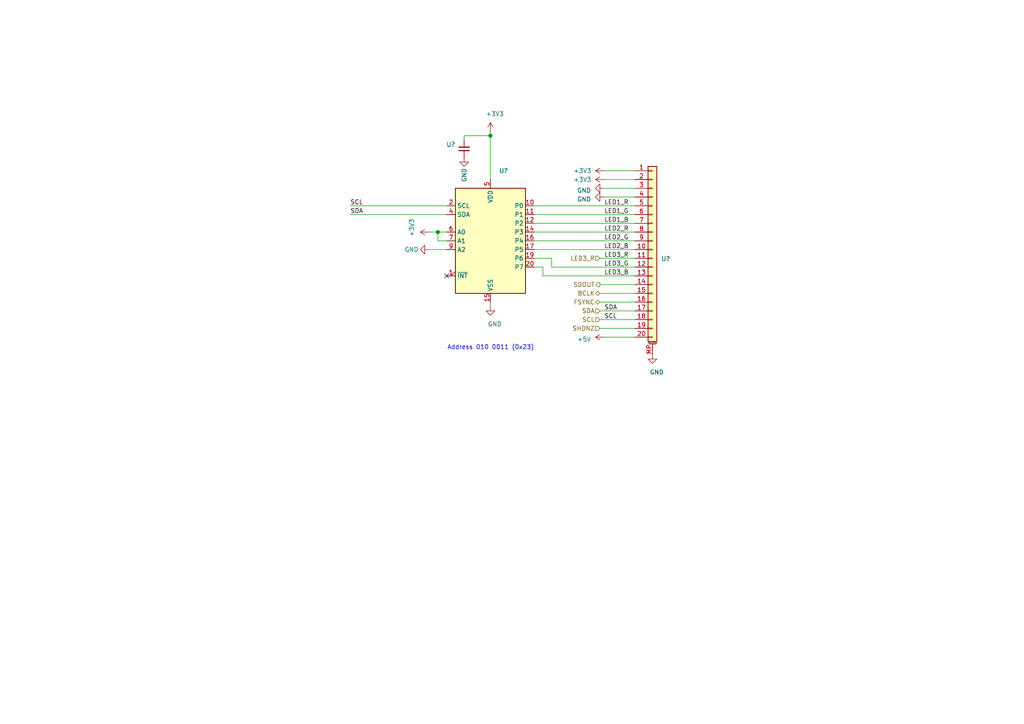
<source format=kicad_sch>
(kicad_sch (version 20220914) (generator eeschema)
  (paper "A4")
  (lib_symbols
    (symbol "Connector_Generic_MountingPin:Conn_01x20_MountingPin" (pin_names (offset 1.016) hide)
      (property "Reference" "J" (at 0 25.4 0))
      (property "Value" "Conn_01x20_MountingPin" (at 1.27 -27.94 0))
      (symbol "Conn_01x20_MountingPin_1_1"
        (rectangle (start -1.27 -25.273) (end 0 -25.527) (stroke (width 0.1524)))
        (rectangle (start -1.27 -22.733) (end 0 -22.987) (stroke (width 0.1524)))
        (rectangle (start -1.27 -20.193) (end 0 -20.447) (stroke (width 0.1524)))
        (rectangle (start -1.27 -17.653) (end 0 -17.907) (stroke (width 0.1524)))
        (rectangle (start -1.27 -15.113) (end 0 -15.367) (stroke (width 0.1524)))
        (rectangle (start -1.27 -12.573) (end 0 -12.827) (stroke (width 0.1524)))
        (rectangle (start -1.27 -10.033) (end 0 -10.287) (stroke (width 0.1524)))
        (rectangle (start -1.27 -7.493) (end 0 -7.747) (stroke (width 0.1524)))
        (rectangle (start -1.27 -4.953) (end 0 -5.207) (stroke (width 0.1524)))
        (rectangle (start -1.27 -2.413) (end 0 -2.667) (stroke (width 0.1524)))
        (rectangle (start -1.27 0.127) (end 0 -0.127) (stroke (width 0.1524)))
        (rectangle (start -1.27 2.667) (end 0 2.413) (stroke (width 0.1524)))
        (rectangle (start -1.27 5.207) (end 0 4.953) (stroke (width 0.1524)))
        (rectangle (start -1.27 7.747) (end 0 7.493) (stroke (width 0.1524)))
        (rectangle (start -1.27 10.287) (end 0 10.033) (stroke (width 0.1524)))
        (rectangle (start -1.27 12.827) (end 0 12.573) (stroke (width 0.1524)))
        (rectangle (start -1.27 15.367) (end 0 15.113) (stroke (width 0.1524)))
        (rectangle (start -1.27 17.907) (end 0 17.653) (stroke (width 0.1524)))
        (rectangle (start -1.27 20.447) (end 0 20.193) (stroke (width 0.1524)))
        (rectangle (start -1.27 22.987) (end 0 22.733) (stroke (width 0.1524)))
        (rectangle (start -1.27 24.13) (end 1.27 -26.67) (stroke (width 0.254)) (fill (type background)))
        (polyline (pts (xy -1.016 -27.432) (xy 1.016 -27.432)) (stroke (width 0.1524)))
        (text "Mounting" (at 0 -27.051 0) (effects (font (size 0.381 0.381))))
        (pin passive line (at -5.08 22.86 0) (length 3.81) (name "Pin_1") (number "1"))
        (pin passive line (at -5.08 0 0) (length 3.81) (name "Pin_10") (number "10"))
        (pin passive line (at -5.08 -2.54 0) (length 3.81) (name "Pin_11") (number "11"))
        (pin passive line (at -5.08 -5.08 0) (length 3.81) (name "Pin_12") (number "12"))
        (pin passive line (at -5.08 -7.62 0) (length 3.81) (name "Pin_13") (number "13"))
        (pin passive line (at -5.08 -10.16 0) (length 3.81) (name "Pin_14") (number "14"))
        (pin passive line (at -5.08 -12.7 0) (length 3.81) (name "Pin_15") (number "15"))
        (pin passive line (at -5.08 -15.24 0) (length 3.81) (name "Pin_16") (number "16"))
        (pin passive line (at -5.08 -17.78 0) (length 3.81) (name "Pin_17") (number "17"))
        (pin passive line (at -5.08 -20.32 0) (length 3.81) (name "Pin_18") (number "18"))
        (pin passive line (at -5.08 -22.86 0) (length 3.81) (name "Pin_19") (number "19"))
        (pin passive line (at -5.08 20.32 0) (length 3.81) (name "Pin_2") (number "2"))
        (pin passive line (at -5.08 -25.4 0) (length 3.81) (name "Pin_20") (number "20"))
        (pin passive line (at -5.08 17.78 0) (length 3.81) (name "Pin_3") (number "3"))
        (pin passive line (at -5.08 15.24 0) (length 3.81) (name "Pin_4") (number "4"))
        (pin passive line (at -5.08 12.7 0) (length 3.81) (name "Pin_5") (number "5"))
        (pin passive line (at -5.08 10.16 0) (length 3.81) (name "Pin_6") (number "6"))
        (pin passive line (at -5.08 7.62 0) (length 3.81) (name "Pin_7") (number "7"))
        (pin passive line (at -5.08 5.08 0) (length 3.81) (name "Pin_8") (number "8"))
        (pin passive line (at -5.08 2.54 0) (length 3.81) (name "Pin_9") (number "9"))
        (pin passive line (at 0 -30.48 90) (length 3.048) (name "MountPin") (number "MP"))
      )
    )
    (symbol "Device:C_Small" (pin_numbers hide) (pin_names (offset 0.254) hide)
      (property "Reference" "C" (at 0.254 1.778 0))
      (property "Value" "C_Small" (at 0.254 -2.032 0))
      (symbol "C_Small_0_1"
        (polyline (pts (xy -1.524 -0.508) (xy 1.524 -0.508)) (stroke (width 0.3302)))
        (polyline (pts (xy -1.524 0.508) (xy 1.524 0.508)) (stroke (width 0.3048)))
      )
      (symbol "C_Small_1_1"
        (pin passive line (at 0 2.54 270) (length 2.032) (name "~") (number "1"))
        (pin passive line (at 0 -2.54 90) (length 2.032) (name "~") (number "2"))
      )
    )
    (symbol "Interface_Expansion:PCF8574TS"
      (property "Reference" "U" (at -8.89 16.51 0))
      (property "Value" "PCF8574TS" (at 3.81 16.51 0))
      (symbol "PCF8574TS_0_1"
        (rectangle (start -10.16 15.24) (end 10.16 -15.24) (stroke (width 0.254)) (fill (type background)))
      )
      (symbol "PCF8574TS_1_1"
        (pin open_collector output_low (at -12.7 -10.16 0) (length 2.54) (name "~{INT}") (number "1"))
        (pin bidirectional line (at 12.7 10.16 180) (length 2.54) (name "P0") (number "10"))
        (pin bidirectional line (at 12.7 7.62 180) (length 2.54) (name "P1") (number "11"))
        (pin bidirectional line (at 12.7 5.08 180) (length 2.54) (name "P2") (number "12"))
        (pin no_connect line (at -10.16 -5.08 0) (length 2.54) hide (name "NC") (number "13"))
        (pin bidirectional line (at 12.7 2.54 180) (length 2.54) (name "P3") (number "14"))
        (pin power_in line (at 0 -17.78 90) (length 2.54) (name "VSS") (number "15"))
        (pin bidirectional line (at 12.7 0 180) (length 2.54) (name "P4") (number "16"))
        (pin bidirectional line (at 12.7 -2.54 180) (length 2.54) (name "P5") (number "17"))
        (pin no_connect line (at -10.16 -7.62 0) (length 2.54) hide (name "NC") (number "18"))
        (pin bidirectional line (at 12.7 -5.08 180) (length 2.54) (name "P6") (number "19"))
        (pin input line (at -12.7 10.16 0) (length 2.54) (name "SCL") (number "2"))
        (pin bidirectional line (at 12.7 -7.62 180) (length 2.54) (name "P7") (number "20"))
        (pin no_connect line (at 10.16 -10.16 180) (length 2.54) hide (name "NC") (number "3"))
        (pin bidirectional line (at -12.7 7.62 0) (length 2.54) (name "SDA") (number "4"))
        (pin power_in line (at 0 17.78 270) (length 2.54) (name "VDD") (number "5"))
        (pin input line (at -12.7 2.54 0) (length 2.54) (name "A0") (number "6"))
        (pin input line (at -12.7 0 0) (length 2.54) (name "A1") (number "7"))
        (pin no_connect line (at 10.16 -12.7 180) (length 2.54) hide (name "NC") (number "8"))
        (pin input line (at -12.7 -2.54 0) (length 2.54) (name "A2") (number "9"))
      )
    )
    (symbol "power:+3V3" (power) (pin_names (offset 0))
      (property "Value" "+3V3" (at 0 3.556 0))
      (symbol "+3V3_0_1"
        (polyline (pts (xy -0.762 1.27) (xy 0 2.54)))
        (polyline (pts (xy 0 0) (xy 0 2.54)))
        (polyline (pts (xy 0 2.54) (xy 0.762 1.27)))
      )
      (symbol "+3V3_1_1"
        (pin power_in line (at 0 0 90) (length 0) hide (name "+3V3") (number "1"))
      )
    )
    (symbol "power:+5V" (power) (pin_names (offset 0))
      (property "Value" "+5V" (at 0 3.556 0))
      (symbol "+5V_0_1"
        (polyline (pts (xy -0.762 1.27) (xy 0 2.54)))
        (polyline (pts (xy 0 0) (xy 0 2.54)))
        (polyline (pts (xy 0 2.54) (xy 0.762 1.27)))
      )
      (symbol "+5V_1_1"
        (pin power_in line (at 0 0 90) (length 0) hide (name "+5V") (number "1"))
      )
    )
    (symbol "power:GND" (power) (pin_names (offset 0))
      (property "Value" "GND" (at 0 -3.81 0))
      (symbol "GND_0_1"
        (polyline (pts (xy 0 0) (xy 0 -1.27) (xy 1.27 -1.27) (xy 0 -2.54) (xy -1.27 -1.27) (xy 0 -1.27)))
      )
      (symbol "GND_1_1"
        (pin power_in line (at 0 0 270) (length 0) hide (name "GND") (number "1"))
      )
    )
  )
  (junction (at 127 67.31) (diameter 1.016))
  (junction (at 142.24 39.37) (diameter 1.016))
  (no_connect (at 129.54 80.01))
  (wire (pts (xy 101.6 62.23) (xy 129.54 62.23)))
  (wire (pts (xy 173.99 82.55) (xy 184.15 82.55)))
  (wire (pts (xy 142.24 38.1) (xy 142.24 39.37)))
  (wire (pts (xy 142.24 39.37) (xy 142.24 52.07)))
  (wire (pts (xy 173.99 74.93) (xy 184.15 74.93)))
  (wire (pts (xy 134.62 39.37) (xy 142.24 39.37)))
  (wire (pts (xy 134.62 40.64) (xy 134.62 39.37)))
  (wire (pts (xy 154.94 72.39) (xy 184.15 72.39)))
  (wire (pts (xy 175.26 57.15) (xy 184.15 57.15)))
  (wire (pts (xy 154.94 62.23) (xy 184.15 62.23)))
  (wire (pts (xy 142.24 87.63) (xy 142.24 88.9)))
  (wire (pts (xy 154.94 74.93) (xy 160.02 74.93)))
  (wire (pts (xy 160.02 77.47) (xy 160.02 74.93)))
  (wire (pts (xy 175.26 52.07) (xy 184.15 52.07)))
  (wire (pts (xy 124.46 72.39) (xy 129.54 72.39)))
  (wire (pts (xy 154.94 59.69) (xy 184.15 59.69)))
  (wire (pts (xy 154.94 67.31) (xy 184.15 67.31)))
  (wire (pts (xy 154.94 64.77) (xy 184.15 64.77)))
  (wire (pts (xy 160.02 77.47) (xy 184.15 77.47)))
  (wire (pts (xy 124.46 67.31) (xy 127 67.31)))
  (wire (pts (xy 173.99 87.63) (xy 184.15 87.63)))
  (wire (pts (xy 173.99 95.25) (xy 184.15 95.25)))
  (wire (pts (xy 175.26 49.53) (xy 184.15 49.53)))
  (wire (pts (xy 175.26 97.79) (xy 184.15 97.79)))
  (wire (pts (xy 101.6 59.69) (xy 129.54 59.69)))
  (wire (pts (xy 154.94 77.47) (xy 157.48 77.47)))
  (wire (pts (xy 157.48 80.01) (xy 157.48 77.47)))
  (wire (pts (xy 154.94 69.85) (xy 184.15 69.85)))
  (wire (pts (xy 157.48 80.01) (xy 184.15 80.01)))
  (wire (pts (xy 173.99 85.09) (xy 184.15 85.09)))
  (wire (pts (xy 173.99 90.17) (xy 184.15 90.17)))
  (wire (pts (xy 173.99 92.71) (xy 184.15 92.71)))
  (wire (pts (xy 127 67.31) (xy 127 69.85)))
  (wire (pts (xy 127 69.85) (xy 129.54 69.85)))
  (wire (pts (xy 129.54 67.31) (xy 127 67.31)))
  (wire (pts (xy 175.26 54.61) (xy 184.15 54.61)))
  (text "Address 010 0011 (0x23)" (at 154.94 101.6 0) (effects (font (size 1.27 1.27)) (justify right bottom)))
  (label "LED3_B" (at 175.26 80.01 0))
  (label "LED2_G" (at 175.26 69.85 0))
  (label "SDA" (at 175.26 90.17 0))
  (label "LED1_B" (at 175.26 64.77 0))
  (label "LED2_R" (at 175.26 67.31 0))
  (label "LED2_B" (at 175.26 72.39 0))
  (label "LED3_G" (at 175.26 77.47 0))
  (label "SDA" (at 101.6 62.23 0))
  (label "LED1_G" (at 175.26 62.23 0))
  (label "SCL" (at 101.6 59.69 0))
  (label "LED3_R" (at 175.26 74.93 0))
  (label "LED1_R" (at 175.26 59.69 0))
  (label "SCL" (at 175.26 92.71 0))
  (hierarchical_label "BCLK" (shape bidirectional) (at 173.99 85.09 180))
  (hierarchical_label "SDOUT" (shape output) (at 173.99 82.55 180))
  (hierarchical_label "LED3_R" (shape input) (at 173.99 74.93 180))
  (hierarchical_label "SHDNZ" (shape input) (at 173.99 95.25 180))
  (hierarchical_label "SDA" (shape input) (at 173.99 90.17 180))
  (hierarchical_label "SCL" (shape input) (at 173.99 92.71 180))
  (hierarchical_label "FSYNC" (shape bidirectional) (at 173.99 87.63 180))
  (symbol (lib_id "Interface_Expansion:PCF8574TS") (at 142.24 69.85 0) (unit 1)
    (default_instance (reference "") (unit 1) (value "") (footprint ""))
    (property "Datasheet" "http://www.nxp.com/documents/data_sheet/PCF8574_PCF8574A.pdf" (effects hide))
  )
  (symbol (lib_id "power:GND") (at 175.26 57.15 270) (unit 1)
    (default_instance (reference "") (unit 1) (value "") (footprint ""))
  )
  (symbol (lib_id "power:+3V3") (at 175.26 49.53 90) (unit 1)
    (default_instance (reference "") (unit 1) (value "") (footprint ""))
  )
  (symbol (lib_id "power:GND") (at 134.62 45.72 0) (unit 1)
    (default_instance (reference "") (unit 1) (value "") (footprint ""))
  )
  (symbol (lib_id "power:+3V3") (at 124.46 67.31 90) (unit 1)
    (default_instance (reference "") (unit 1) (value "") (footprint ""))
  )
  (symbol (lib_id "power:+3V3") (at 142.24 38.1 0) (unit 1)
    (default_instance (reference "") (unit 1) (value "") (footprint ""))
  )
  (symbol (lib_id "power:+5V") (at 175.26 97.79 90) (unit 1)
    (default_instance (reference "") (unit 1) (value "") (footprint ""))
  )
  (symbol (lib_id "Device:C_Small") (at 134.62 43.18 0) (mirror x) (unit 1)
    (default_instance (reference "") (unit 1) (value "") (footprint ""))
  )
  (symbol (lib_id "power:GND") (at 142.24 88.9 0) (unit 1)
    (default_instance (reference "") (unit 1) (value "") (footprint ""))
  )
  (symbol (lib_id "power:+3V3") (at 175.26 52.07 90) (unit 1)
    (default_instance (reference "") (unit 1) (value "") (footprint ""))
  )
  (symbol (lib_id "power:GND") (at 124.46 72.39 270) (unit 1)
    (default_instance (reference "") (unit 1) (value "") (footprint ""))
  )
  (symbol (lib_id "power:GND") (at 175.26 54.61 270) (unit 1)
    (default_instance (reference "") (unit 1) (value "") (footprint ""))
  )
  (symbol (lib_id "power:GND") (at 189.23 102.87 0) (unit 1)
    (default_instance (reference "") (unit 1) (value "") (footprint ""))
  )
  (symbol (lib_id "Connector_Generic_MountingPin:Conn_01x20_MountingPin") (at 189.23 72.39 0) (unit 1)
    (default_instance (reference "") (unit 1) (value "") (footprint ""))
  )
)
</source>
